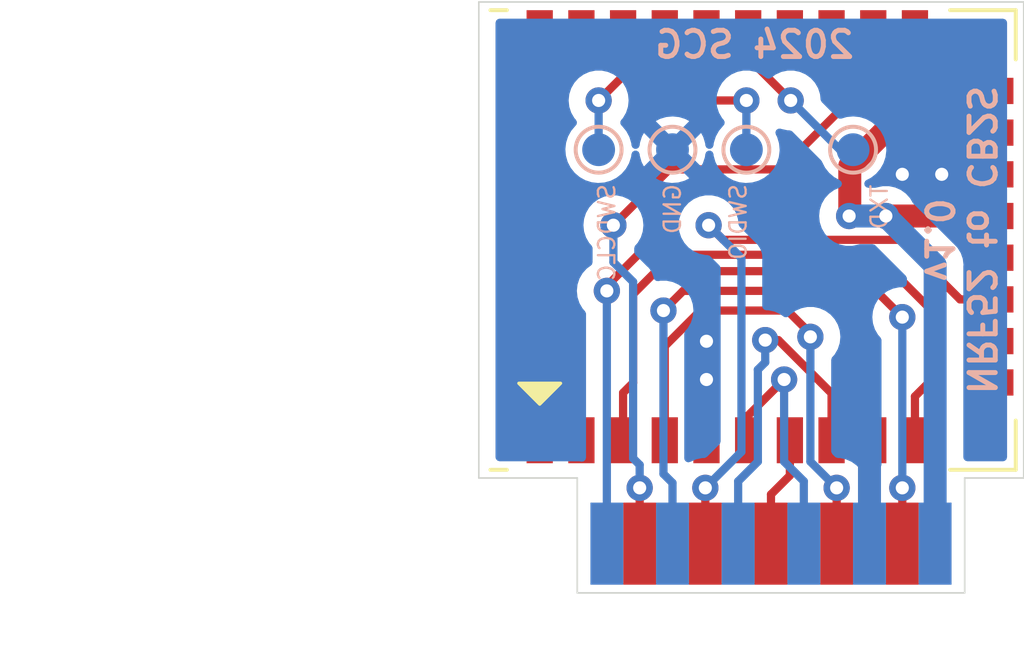
<source format=kicad_pcb>
(kicad_pcb (version 20211014) (generator pcbnew)
  (title_block (title "NRF52 to CB2S gasket (inv)") (rev "1.0"))
  (layers (0 "F.Cu" signal) (31 "B.Cu" signal) (34 "B.Paste" user) (35 "F.Paste" user) (36 "B.SilkS" user "B.Silkscreen") (37 "F.SilkS" user "F.Silkscreen") (38 "B.Mask" user) (39 "F.Mask" user) (44 "Edge.Cuts" user))
  (net 0 "")
  (net 1 "Net-(TP2-Pad1)")
  (net 2 "Net-(TP1-Pad1)")
  (net 3 "GNDD")
  (net 4 "/P6")
  (net 5 "/P7")
  (net 6 "/P8")
  (net 7 "/ADC")
  (net 8 "/CEN")
  (net 10 "/RX1")
  (net 19 "/TX1")
  (net 20 "/P24")
  (net 21 "/P26")
  (net 22 "Net-(TP4-Pad1)")
  (net 26 "+3.3V")
  (footprint "nrf5:E73-2G4M08S1C" (layer "F.Cu") (at 142.455 78.75 -90)
    (fp_text reference "U1" hide)
    (fp_text value "E73-2G4M08S1C")
    (fp_line (start 12 -14.5) (end 13.5 -14.5) (layer "F.SilkS") (width 0.12))
    (fp_line (start -0.5 -12.5) (end -0.5 -14.5) (layer "F.SilkS") (width 0.12))
    (fp_line (start 13.5 -14.5) (end 13.5 -12.5) (layer "F.SilkS") (width 0.12))
    (fp_line (start -0.5 1) (end -0.5 1.5) (layer "F.SilkS") (width 0.12))
    (fp_line (start -0.5 -14.5) (end 1 -14.5) (layer "F.SilkS") (width 0.12))
    (fp_line (start 13.5 1.5) (end 13.5 1) (layer "F.SilkS") (width 0.12))
    (fp_poly (pts (xy 11.5 0) (xy 10.865 0.635) (xy 10.865 -0.635)) (layer "F.SilkS") (width 0.1) (fill solid))
    (pad "1" smd rect locked (at 12.600001 0 270) (size 1.4 0.8) (layers "F.Cu" "F.Paste" "F.Mask"))
    (pad "2" smd rect locked (at 12.600001 -1.27 270) (size 1.4 0.8) (layers "F.Cu" "F.Paste" "F.Mask"))
    (pad "3" smd rect locked (at 12.600001 -2.54 270) (size 1.4 0.8) (layers "F.Cu" "F.Paste" "F.Mask") (net 4 "/P6"))
    (pad "4" smd rect locked (at 12.600001 -3.81 270) (size 1.4 0.8) (layers "F.Cu" "F.Paste" "F.Mask") (net 5 "/P7"))
    (pad "5" smd rect locked (at 12.600001 -5.08 270) (size 1.4 0.8) (layers "F.Cu" "F.Paste" "F.Mask") (net 3 "GNDD"))
    (pad "6" smd rect locked (at 12.600001 -6.35 270) (size 1.4 0.8) (layers "F.Cu" "F.Paste" "F.Mask") (net 10 "/RX1"))
    (pad "7" smd rect locked (at 12.600001 -7.62 270) (size 1.4 0.8) (layers "F.Cu" "F.Paste" "F.Mask") (net 6 "/P8"))
    (pad "8" smd rect locked (at 12.600001 -8.89 270) (size 1.4 0.8) (layers "F.Cu" "F.Paste" "F.Mask") (net 19 "/TX1"))
    (pad "9" smd rect locked (at 12.600001 -10.16 270) (size 1.4 0.8) (layers "F.Cu" "F.Paste" "F.Mask") (net 20 "/P24"))
    (pad "10" smd rect locked (at 12.600001 -11.43 270) (size 1.4 0.8) (layers "F.Cu" "F.Paste" "F.Mask") (net 21 "/P26"))
    (pad "11" smd rect locked (at 10.840001 -13.729999 270) (size 0.8 1.4) (layers "F.Cu" "F.Paste" "F.Mask"))
    (pad "13" smd rect locked (at 9.58 -13.729999 270) (size 0.8 1.4) (layers "F.Cu" "F.Paste" "F.Mask"))
    (pad "15" smd rect locked (at 8.31 -13.729999 270) (size 0.8 1.4) (layers "F.Cu" "F.Paste" "F.Mask") (net 7 "/ADC"))
    (pad "17" smd rect locked (at 7.04 -13.729999 270) (size 0.8 1.4) (layers "F.Cu" "F.Paste" "F.Mask"))
    (pad "19" smd rect locked (at 5.77 -13.729999 270) (size 0.8 1.4) (layers "F.Cu" "F.Paste" "F.Mask") (net 26 "+3.3V"))
    (pad "21" smd rect locked (at 4.5 -13.729999 270) (size 0.8 1.4) (layers "F.Cu" "F.Paste" "F.Mask") (net 3 "GNDD"))
    (pad "23" smd rect locked (at 3.230001 -13.729999 270) (size 0.8 1.4) (layers "F.Cu" "F.Paste" "F.Mask") (net 26 "+3.3V"))
    (pad "25" smd rect locked (at 1.960001 -13.729999 270) (size 0.8 1.4) (layers "F.Cu" "F.Paste" "F.Mask"))
    (pad "26" smd rect locked (at 0.2 -11.43 270) (size 1.4 0.8) (layers "F.Cu" "F.Paste" "F.Mask") (net 8 "/CEN"))
    (pad "27" smd rect locked (at 0.2 -10.16 270) (size 1.4 0.8) (layers "F.Cu" "F.Paste" "F.Mask"))
    (pad "29" smd rect locked (at 0.2 -8.89 270) (size 1.4 0.8) (layers "F.Cu" "F.Paste" "F.Mask"))
    (pad "31" smd rect locked (at 0.2 -7.62 270) (size 1.4 0.8) (layers "F.Cu" "F.Paste" "F.Mask"))
    (pad "33" smd rect locked (at 0.2 -6.35 270) (size 1.4 0.8) (layers "F.Cu" "F.Paste" "F.Mask") (net 22 "Net-(TP4-Pad1)"))
    (pad "35" smd rect locked (at 0.2 -5.08 270) (size 1.4 0.8) (layers "F.Cu" "F.Paste" "F.Mask"))
    (pad "37" smd rect locked (at 0.2 -3.81 270) (size 1.4 0.8) (layers "F.Cu" "F.Paste" "F.Mask") (net 1 "Net-(TP2-Pad1)"))
    (pad "39" smd rect locked (at 0.2 -2.54 270) (size 1.4 0.8) (layers "F.Cu" "F.Paste" "F.Mask") (net 2 "Net-(TP1-Pad1)"))
    (pad "41" smd rect locked (at 0.2 -1.27 270) (size 1.4 0.8) (layers "F.Cu" "F.Paste" "F.Mask"))
    (pad "43" smd rect locked (at 0.2 0 270) (size 1.4 0.8) (layers "F.Cu" "F.Paste" "F.Mask"))
  )
  (footprint "nrf52_cb2s_inv:TY-WB2S_conn" (layer "B.Cu") (at 154.5 94.5 180)
    (fp_text reference "J1" hide)
    (fp_text value "Conn_01x11_Male")
    (pad "1" smd rect locked (at 0 0 180) (size 1 2.5) (layers "B.Cu" "B.Paste" "B.Mask") (net 26 "+3.3V"))
    (pad "2" smd rect locked (at 1 0 180) (size 1 2.5) (layers "F.Cu" "F.Paste" "F.Mask") (net 4 "/P6"))
    (pad "3" smd rect locked (at 2 0 180) (size 1 2.5) (layers "B.Cu" "B.Paste" "B.Mask") (net 3 "GNDD"))
    (pad "4" smd rect locked (at 3 0 180) (size 1 2.5) (layers "F.Cu" "F.Paste" "F.Mask") (net 5 "/P7"))
    (pad "5" smd rect locked (at 4 0 180) (size 1 2.5) (layers "B.Cu" "B.Paste" "B.Mask") (net 10 "/RX1"))
    (pad "6" smd rect locked (at 5 0 180) (size 1 2.5) (layers "F.Cu" "F.Paste" "F.Mask") (net 6 "/P8"))
    (pad "7" smd rect locked (at 6 0 180) (size 1 2.5) (layers "B.Cu" "B.Paste" "B.Mask") (net 19 "/TX1"))
    (pad "8" smd rect locked (at 7 0 180) (size 1 2.5) (layers "F.Cu" "F.Paste" "F.Mask") (net 7 "/ADC"))
    (pad "9" smd rect locked (at 8 0 180) (size 1 2.5) (layers "B.Cu" "B.Paste" "B.Mask") (net 20 "/P24"))
    (pad "10" smd rect locked (at 9 0 180) (size 1 2.5) (layers "F.Cu" "F.Paste" "F.Mask") (net 8 "/CEN"))
    (pad "11" smd rect locked (at 10 0 180) (size 1 2.5) (layers "B.Cu" "B.Paste" "B.Mask") (net 21 "/P26"))
  )
  (footprint "TestPoint:TestPoint_Pad_D1.0mm" (layer "B.Cu") (at 144.25 82.5 180)
    (fp_text reference "TP1")
    (fp_text value "SWDCLC" (at -0.25 -1 90) (layer "B.SilkS") (effects (font (size 0.5 0.5) (thickness 0.07)) (justify left mirror)))
    (fp_circle (center 0 0) (end 0 -0.7) (layer "B.SilkS") (width 0.12) (fill none))
    (pad "1" smd circle locked (at 0 0 180) (size 1 1) (layers "B.Cu" "B.Mask") (net 2 "Net-(TP1-Pad1)"))
  )
  (footprint "TestPoint:TestPoint_Pad_D1.0mm" (layer "B.Cu") (at 148.75 82.5 180)
    (fp_text reference "TP2")
    (fp_text value "SWDIO" (at 0.25 -1 90) (layer "B.SilkS") (effects (font (size 0.5 0.5) (thickness 0.07)) (justify left mirror)))
    (fp_circle (center 0 0) (end 0 -0.7) (layer "B.SilkS") (width 0.12) (fill none))
    (pad "1" smd circle locked (at 0 0 180) (size 1 1) (layers "B.Cu" "B.Mask") (net 1 "Net-(TP2-Pad1)"))
  )
  (footprint "TestPoint:TestPoint_Pad_D1.0mm" (layer "B.Cu") (at 146.5 82.5 180)
    (fp_text reference "TP3")
    (fp_text value "GND" (at 0 -1 90) (layer "B.SilkS") (effects (font (size 0.5 0.5) (thickness 0.07)) (justify left mirror)))
    (fp_circle (center 0 0) (end 0 -0.7) (layer "B.SilkS") (width 0.12) (fill none))
    (pad "1" smd circle locked (at 0 0 180) (size 1 1) (layers "B.Cu" "B.Mask") (net 3 "GNDD"))
  )
  (footprint "TestPoint:TestPoint_Pad_D1.0mm" (layer "B.Cu") (at 152 82.5 180)
    (fp_text reference "TP4" hide)
    (fp_text value "TXD" (at -0.8 -1.745 90) (layer "B.SilkS") (effects (font (size 0.5 0.5) (thickness 0.07)) (justify mirror)))
    (fp_circle (center 0 0) (end 0 -0.7) (layer "B.SilkS") (width 0.12) (fill none))
    (pad "1" smd circle locked (at 0 0 180) (size 1 1) (layers "B.Cu" "B.Mask") (net 22 "Net-(TP4-Pad1)"))
  )
  (gr_line (start 155.4 96) (end 155.4 92.5) (layer "Edge.Cuts") (width 0.05))
  (gr_line (start 155.4 92.5) (end 157.2 92.5) (layer "Edge.Cuts") (width 0.05))
  (gr_line (start 143.6 96) (end 155.4 96) (layer "Edge.Cuts") (width 0.05))
  (gr_line (start 143.6 92.5) (end 140.6 92.5) (layer "Edge.Cuts") (width 0.05))
  (gr_line (start 157.2 92.5) (end 157.2 78) (layer "Edge.Cuts") (width 0.05))
  (gr_line (start 140.6 92.5) (end 140.6 78) (layer "Edge.Cuts") (width 0.05))
  (gr_line (start 143.6 92.5) (end 143.6 96) (layer "Edge.Cuts") (width 0.05))
  (gr_line (start 157.2 78) (end 140.6 78) (layer "Edge.Cuts") (width 0.05))
  (gr_text "2024 SCG" (at 149 79.3) (layer "B.SilkS") (effects (font (size 0.8 0.8)) (justify mirror)))
  (gr_text "NRF52 to CB2S\nv1.0" (at 155.25 85.25 -90) (layer "B.SilkS") (effects (font (size 0.8 0.8)) (justify mirror)))
  (segment (start 146.265 80.265) (end 147 81) (width 0.25) (layer "F.Cu") (net 1))
  (segment (start 147 81) (end 148.75 81) (width 0.25) (layer "F.Cu") (net 1))
  (segment (start 146.265 78.95) (end 146.265 80.265) (width 0.25) (layer "F.Cu") (net 1))
  (via (at 148.75 81) (size 0.8) (drill 0.4) (layers "F.Cu" "B.Cu") (net 1))
  (segment (start 148.75 81) (end 148.75 82.5) (width 0.25) (layer "B.Cu") (net 1))
  (segment (start 144.995 80.255) (end 144.995 78.95) (width 0.25) (layer "F.Cu") (net 2))
  (segment (start 144.25 81) (end 144.995 80.255) (width 0.25) (layer "F.Cu") (net 2))
  (via (at 144.25 81) (size 0.8) (drill 0.4) (layers "F.Cu" "B.Cu") (net 2))
  (segment (start 144.25 81) (end 144.25 82.5) (width 0.25) (layer "B.Cu") (net 2))
  (segment (start 147.535 91.350001) (end 147.535 88.335) (width 0.7) (layer "F.Cu") (net 3))
  (segment (start 156.184999 83.25) (end 154.8 83.25) (width 0.7) (layer "F.Cu") (net 3))
  (segment (start 154.7 83.25) (end 153.5 83.25) (width 0.7) (layer "F.Cu") (net 3))
  (via (at 147.535 89.5) (size 0.8) (drill 0.4) (layers "F.Cu" "B.Cu") (net 3))
  (via (at 154.7 83.25) (size 0.8) (drill 0.4) (layers "F.Cu" "B.Cu") (net 3))
  (via (at 153.5 83.25) (size 0.8) (drill 0.4) (layers "F.Cu" "B.Cu") (net 3))
  (via (at 147.535 88.335) (size 0.8) (drill 0.4) (layers "F.Cu" "B.Cu") (net 3))
  (segment (start 152.5 90.3) (end 152.5 94.5) (width 0.7) (layer "B.Cu") (net 3))
  (segment (start 145.3 89.6) (end 144.995 89.905) (width 0.25) (layer "F.Cu") (net 4))
  (segment (start 153.5 92.8) (end 153.5 94.5) (width 0.25) (layer "F.Cu") (net 4))
  (segment (start 152.1 86.2) (end 146 86.2) (width 0.25) (layer "F.Cu") (net 4))
  (segment (start 145.3 86.9) (end 145.3 89.6) (width 0.25) (layer "F.Cu") (net 4))
  (segment (start 144.995 89.905) (end 144.995 91.350001) (width 0.25) (layer "F.Cu") (net 4))
  (segment (start 146 86.2) (end 145.3 86.9) (width 0.25) (layer "F.Cu") (net 4))
  (segment (start 153.5 87.6) (end 152.1 86.2) (width 0.25) (layer "F.Cu") (net 4))
  (via (at 153.5 87.6) (size 0.8) (drill 0.4) (layers "F.Cu" "B.Cu") (net 4))
  (via (at 153.5 92.8) (size 0.8) (drill 0.4) (layers "F.Cu" "B.Cu") (net 4))
  (segment (start 153.5 87.6) (end 153.5 92.8) (width 0.25) (layer "B.Cu") (net 4))
  (segment (start 146.265 88.485) (end 146.265 91.350001) (width 0.25) (layer "F.Cu") (net 5))
  (segment (start 150 87.4) (end 147.35 87.4) (width 0.25) (layer "F.Cu") (net 5))
  (segment (start 150.7 88.2) (end 150.7 88.1) (width 0.25) (layer "F.Cu") (net 5))
  (segment (start 147.35 87.4) (end 146.265 88.485) (width 0.25) (layer "F.Cu") (net 5))
  (segment (start 151.5 92.8) (end 151.5 94.5) (width 0.25) (layer "F.Cu") (net 5))
  (segment (start 150.7 88.1) (end 150 87.4) (width 0.25) (layer "F.Cu") (net 5))
  (via (at 150.7 88.2) (size 0.8) (drill 0.4) (layers "F.Cu" "B.Cu") (net 5))
  (via (at 151.5 92.8) (size 0.8) (drill 0.4) (layers "F.Cu" "B.Cu") (net 5))
  (segment (start 151.5 92.8) (end 150.7 92) (width 0.25) (layer "B.Cu") (net 5))
  (segment (start 150.7 92) (end 150.7 88.2) (width 0.25) (layer "B.Cu") (net 5))
  (segment (start 149.5 94.5) (end 149.5 93) (width 0.25) (layer "F.Cu") (net 6))
  (segment (start 150.075 92.425) (end 150.075 91.350001) (width 0.25) (layer "F.Cu") (net 6))
  (segment (start 149.5 93) (end 150.075 92.425) (width 0.25) (layer "F.Cu") (net 6))
  (segment (start 147.5 92.8) (end 147.5 94.5) (width 0.25) (layer "F.Cu") (net 7))
  (segment (start 147.6 84.8) (end 148.045 85.245) (width 0.25) (layer "F.Cu") (net 7))
  (segment (start 155.26 87.06) (end 156.184999 87.06) (width 0.25) (layer "F.Cu") (net 7))
  (segment (start 153.445 85.245) (end 155.26 87.06) (width 0.25) (layer "F.Cu") (net 7))
  (segment (start 148.045 85.245) (end 153.445 85.245) (width 0.25) (layer "F.Cu") (net 7))
  (via (at 147.6 84.8) (size 0.8) (drill 0.4) (layers "F.Cu" "B.Cu") (net 7))
  (via (at 147.5 92.8) (size 0.8) (drill 0.4) (layers "F.Cu" "B.Cu") (net 7))
  (segment (start 148.6 91.7) (end 148.6 85.8) (width 0.25) (layer "B.Cu") (net 7))
  (segment (start 147.5 92.8) (end 148.6 91.7) (width 0.25) (layer "B.Cu") (net 7))
  (segment (start 148.6 85.8) (end 147.6 84.8) (width 0.25) (layer "B.Cu") (net 7))
  (segment (start 146.4 83.1) (end 149.8 83.1) (width 0.25) (layer "F.Cu") (net 8))
  (segment (start 152.4 80.5) (end 153.3 80.5) (width 0.25) (layer "F.Cu") (net 8))
  (segment (start 149.8 83.1) (end 152.4 80.5) (width 0.25) (layer "F.Cu") (net 8))
  (segment (start 153.885 79.915) (end 153.885 78.95) (width 0.25) (layer "F.Cu") (net 8))
  (segment (start 145.5 92.8) (end 145.5 94.5) (width 0.25) (layer "F.Cu") (net 8))
  (segment (start 144.7 84.8) (end 146.4 83.1) (width 0.25) (layer "F.Cu") (net 8))
  (segment (start 153.3 80.5) (end 153.885 79.915) (width 0.25) (layer "F.Cu") (net 8))
  (via (at 144.7 84.8) (size 0.8) (drill 0.4) (layers "F.Cu" "B.Cu") (net 8))
  (via (at 145.5 92.8) (size 0.8) (drill 0.4) (layers "F.Cu" "B.Cu") (net 8))
  (segment (start 145.5 92.8) (end 145.5 92.1) (width 0.25) (layer "B.Cu") (net 8))
  (segment (start 145.3 91.9) (end 145.3 86.524695) (width 0.25) (layer "B.Cu") (net 8))
  (segment (start 145.5 92.1) (end 145.3 91.9) (width 0.25) (layer "B.Cu") (net 8))
  (segment (start 144.7 85.924695) (end 144.7 84.8) (width 0.25) (layer "B.Cu") (net 8))
  (segment (start 145.3 86.524695) (end 144.7 85.924695) (width 0.25) (layer "B.Cu") (net 8))
  (segment (start 148.805 90.595) (end 148.805 91.350001) (width 0.25) (layer "F.Cu") (net 10))
  (segment (start 149.9 89.5) (end 148.805 90.595) (width 0.25) (layer "F.Cu") (net 10))
  (via (at 149.9 89.5) (size 0.8) (drill 0.4) (layers "F.Cu" "B.Cu") (net 10))
  (segment (start 149.9 92) (end 149.9 89.5) (width 0.25) (layer "B.Cu") (net 10))
  (segment (start 150.5 94.5) (end 150.5 92.6) (width 0.25) (layer "B.Cu") (net 10))
  (segment (start 150.5 92.6) (end 149.9 92) (width 0.25) (layer "B.Cu") (net 10))
  (segment (start 151.345 89.919695) (end 151.345 91.350001) (width 0.25) (layer "F.Cu") (net 19))
  (segment (start 149.3245 88.3) (end 149.725305 88.3) (width 0.25) (layer "F.Cu") (net 19))
  (segment (start 149.725305 88.3) (end 151.345 89.919695) (width 0.25) (layer "F.Cu") (net 19))
  (via (at 149.3245 88.3) (size 0.8) (drill 0.4) (layers "F.Cu" "B.Cu") (net 19))
  (segment (start 149.1 89.2) (end 149.1 92) (width 0.25) (layer "B.Cu") (net 19))
  (segment (start 149.1 92) (end 148.5 92.6) (width 0.25) (layer "B.Cu") (net 19))
  (segment (start 148.5 92.6) (end 148.5 94.5) (width 0.25) (layer "B.Cu") (net 19))
  (segment (start 149.3245 88.3) (end 149.3245 88.9755) (width 0.25) (layer "B.Cu") (net 19))
  (segment (start 149.3245 88.9755) (end 149.1 89.2) (width 0.25) (layer "B.Cu") (net 19))
  (segment (start 146.2245 87.4) (end 146.8245 86.8) (width 0.25) (layer "F.Cu") (net 20))
  (segment (start 152.615 88.615) (end 152.615 91.350001) (width 0.25) (layer "F.Cu") (net 20))
  (segment (start 150.8 86.8) (end 152.615 88.615) (width 0.25) (layer "F.Cu") (net 20))
  (segment (start 146.8245 86.8) (end 150.8 86.8) (width 0.25) (layer "F.Cu") (net 20))
  (via (at 146.2245 87.4) (size 0.8) (drill 0.4) (layers "F.Cu" "B.Cu") (net 20))
  (segment (start 146.2245 87.4) (end 146.2245 92.3745) (width 0.25) (layer "B.Cu") (net 20))
  (segment (start 146.2245 92.3745) (end 146.5 92.65) (width 0.25) (layer "B.Cu") (net 20))
  (segment (start 146.5 92.65) (end 146.5 94.5) (width 0.25) (layer "B.Cu") (net 20))
  (segment (start 145.45 85.7) (end 152.7 85.7) (width 0.25) (layer "F.Cu") (net 21))
  (segment (start 154.4 87.4) (end 154.4 89.5) (width 0.25) (layer "F.Cu") (net 21))
  (segment (start 153.885 90.015) (end 153.885 91.350001) (width 0.25) (layer "F.Cu") (net 21))
  (segment (start 154.4 89.5) (end 153.885 90.015) (width 0.25) (layer "F.Cu") (net 21))
  (segment (start 144.5 86.65) (end 145.45 85.7) (width 0.25) (layer "F.Cu") (net 21))
  (segment (start 152.7 85.7) (end 154.4 87.4) (width 0.25) (layer "F.Cu") (net 21))
  (via (at 144.5 86.8) (size 0.8) (drill 0.4) (layers "F.Cu" "B.Cu") (net 21))
  (segment (start 144.5 94.5) (end 144.5 86.65) (width 0.25) (layer "B.Cu") (net 21))
  (segment (start 148.805 79.705) (end 150.1 81) (width 0.25) (layer "F.Cu") (net 22))
  (segment (start 148.805 78.95) (end 148.805 79.705) (width 0.25) (layer "F.Cu") (net 22))
  (via (at 150.1 81) (size 0.8) (drill 0.4) (layers "F.Cu" "B.Cu") (net 22))
  (segment (start 150.1 81) (end 151.6 82.5) (width 0.25) (layer "B.Cu") (net 22))
  (segment (start 151.6 82.5) (end 152 82.5) (width 0.25) (layer "B.Cu") (net 22))
  (segment (start 156.184999 81.980001) (end 152.919999 81.980001) (width 0.7) (layer "F.Cu") (net 26))
  (segment (start 153 84.52) (end 156.184999 84.52) (width 0.7) (layer "F.Cu") (net 26))
  (segment (start 152.919999 81.980001) (end 151.9 83) (width 0.7) (layer "F.Cu") (net 26))
  (segment (start 153 84.52) (end 151.88 84.52) (width 0.7) (layer "F.Cu") (net 26))
  (segment (start 151.9 83) (end 151.9 84.5) (width 0.7) (layer "F.Cu") (net 26))
  (via (at 153 84.52) (size 0.8) (drill 0.4) (layers "F.Cu" "B.Cu") (net 26))
  (via (at 151.88 84.52) (size 0.8) (drill 0.4) (layers "F.Cu" "B.Cu") (net 26))
  (segment (start 153 84.52) (end 154.5 86.02) (width 0.7) (layer "B.Cu") (net 26))
  (segment (start 154.5 86.02) (end 154.5 94.5) (width 0.7) (layer "B.Cu") (net 26))
  (segment (start 153 84.52) (end 151.88 84.52) (width 0.7) (layer "B.Cu") (net 26))
  (zone (net 3) (net_name "GNDD") (layer "B.Cu") (connect_pads (clearance 0.508)) (min_thickness 0.254) (fill yes (thermal_gap 0.508) (thermal_bridge_width 0.508))
    (polygon (pts (xy 140.8 92.35) (xy 143.75 92.35) (xy 143.75 92.95) (xy 155.25 92.95) (xy 155.25 92.35) (xy 156.95 92.35) (xy 156.95 78.2) (xy 140.8 78.2)))
  )
)
</source>
